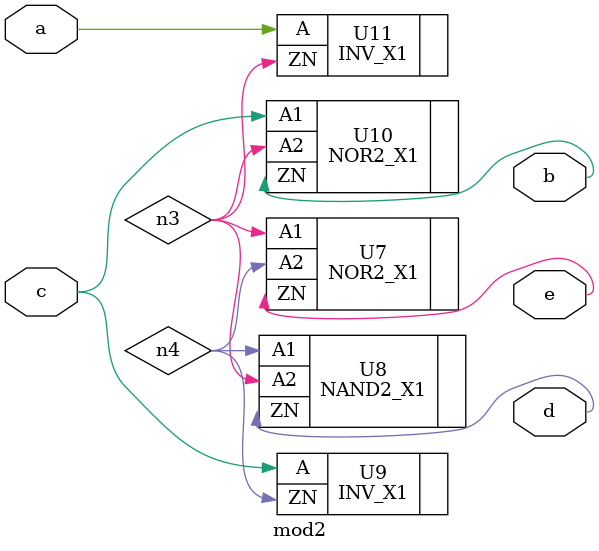
<source format=v>

module mod2 ( a, b, c, d, e );
  input a, c;
  output b, d, e;
  wire   n3, n4;

  NOR2_X1 U7 ( .A1(n3), .A2(n4), .ZN(e) );
  NAND2_X1 U8 ( .A1(n4), .A2(n3), .ZN(d) );
  INV_X1 U9 ( .A(c), .ZN(n4) );
  NOR2_X1 U10 ( .A1(c), .A2(n3), .ZN(b) );
  INV_X1 U11 ( .A(a), .ZN(n3) );
endmodule


</source>
